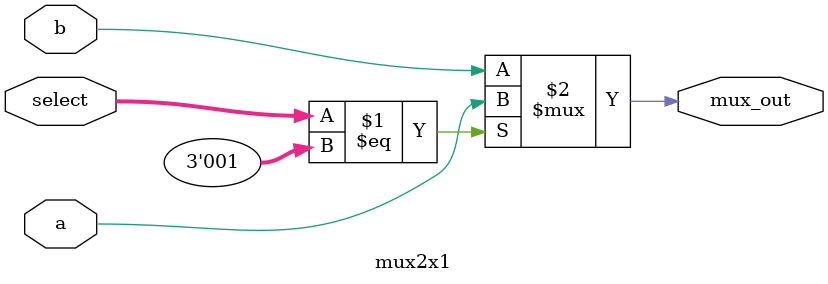
<source format=v>

`timescale 1ns / 1ps

module mux2x1(
    input a, b,             // a = clk_1Hz, b = LED_five
    input [2:0] select,     // state
    output mux_out
    );
    
    assign mux_out = (select == 3'b001) ? a : b;
    
endmodule

</source>
